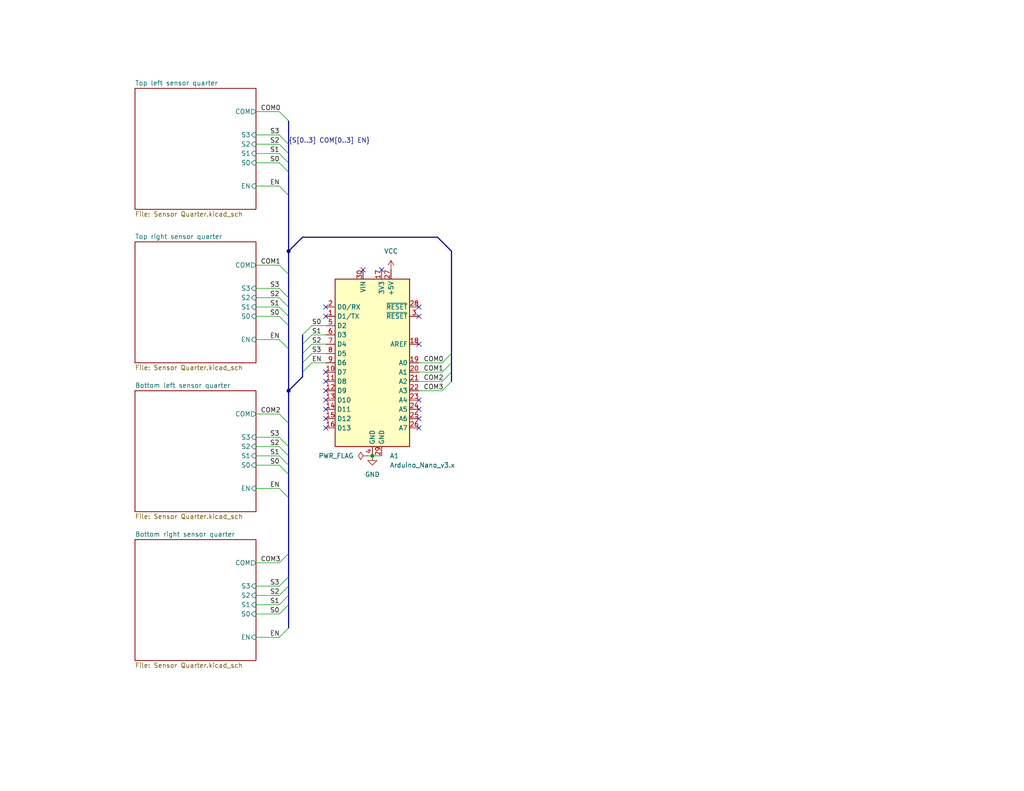
<source format=kicad_sch>
(kicad_sch (version 20231120) (generator "eeschema") (generator_version "8.0")
  (paper "USLetter")
  (title_block (title "Chessboard Hardware") (rev "1"))
  (lib_symbols
    (symbol "MCU_Module:Arduino_Nano_v3.x"
      (property "Reference" "A" (at -10.16 23.495 0))
      (property "Value" "Arduino_Nano_v3.x" (at 5.08 -24.13 0))
      (symbol "Arduino_Nano_v3.x_0_1"
        (rectangle (start -10.16 22.86) (end 10.16 -22.86) (stroke (width 0.254)) (fill (type background)))
      )
      (symbol "Arduino_Nano_v3.x_1_1"
        (pin bidirectional line (at -12.7 12.7 0) (length 2.54) (name "D1/TX") (number "1"))
        (pin bidirectional line (at -12.7 -2.54 0) (length 2.54) (name "D7") (number "10"))
        (pin bidirectional line (at -12.7 -5.08 0) (length 2.54) (name "D8") (number "11"))
        (pin bidirectional line (at -12.7 -7.62 0) (length 2.54) (name "D9") (number "12"))
        (pin bidirectional line (at -12.7 -10.16 0) (length 2.54) (name "D10") (number "13"))
        (pin bidirectional line (at -12.7 -12.7 0) (length 2.54) (name "D11") (number "14"))
        (pin bidirectional line (at -12.7 -15.24 0) (length 2.54) (name "D12") (number "15"))
        (pin bidirectional line (at -12.7 -17.78 0) (length 2.54) (name "D13") (number "16"))
        (pin power_out line (at 2.54 25.4 270) (length 2.54) (name "3V3") (number "17"))
        (pin input line (at 12.7 5.08 180) (length 2.54) (name "AREF") (number "18"))
        (pin bidirectional line (at 12.7 0 180) (length 2.54) (name "A0") (number "19"))
        (pin bidirectional line (at -12.7 15.24 0) (length 2.54) (name "D0/RX") (number "2"))
        (pin bidirectional line (at 12.7 -2.54 180) (length 2.54) (name "A1") (number "20"))
        (pin bidirectional line (at 12.7 -5.08 180) (length 2.54) (name "A2") (number "21"))
        (pin bidirectional line (at 12.7 -7.62 180) (length 2.54) (name "A3") (number "22"))
        (pin bidirectional line (at 12.7 -10.16 180) (length 2.54) (name "A4") (number "23"))
        (pin bidirectional line (at 12.7 -12.7 180) (length 2.54) (name "A5") (number "24"))
        (pin bidirectional line (at 12.7 -15.24 180) (length 2.54) (name "A6") (number "25"))
        (pin bidirectional line (at 12.7 -17.78 180) (length 2.54) (name "A7") (number "26"))
        (pin power_out line (at 5.08 25.4 270) (length 2.54) (name "+5V") (number "27"))
        (pin input line (at 12.7 15.24 180) (length 2.54) (name "~{RESET}") (number "28"))
        (pin power_in line (at 2.54 -25.4 90) (length 2.54) (name "GND") (number "29"))
        (pin input line (at 12.7 12.7 180) (length 2.54) (name "~{RESET}") (number "3"))
        (pin power_in line (at -2.54 25.4 270) (length 2.54) (name "VIN") (number "30"))
        (pin power_in line (at 0 -25.4 90) (length 2.54) (name "GND") (number "4"))
        (pin bidirectional line (at -12.7 10.16 0) (length 2.54) (name "D2") (number "5"))
        (pin bidirectional line (at -12.7 7.62 0) (length 2.54) (name "D3") (number "6"))
        (pin bidirectional line (at -12.7 5.08 0) (length 2.54) (name "D4") (number "7"))
        (pin bidirectional line (at -12.7 2.54 0) (length 2.54) (name "D5") (number "8"))
        (pin bidirectional line (at -12.7 0 0) (length 2.54) (name "D6") (number "9"))
      )
    )
    (symbol "power:GND" (power) (pin_numbers hide) (pin_names (offset 0) hide)
      (property "Value" "GND" (at 0 -3.81 0))
      (symbol "GND_0_1"
        (polyline (pts (xy 0 0) (xy 0 -1.27) (xy 1.27 -1.27) (xy 0 -2.54) (xy -1.27 -1.27) (xy 0 -1.27)))
      )
      (symbol "GND_1_1"
        (pin power_in line (at 0 0 270) (length 0) (name "~") (number "1"))
      )
    )
    (symbol "power:PWR_FLAG" (power) (pin_numbers hide) (pin_names (offset 0) hide)
      (property "Value" "PWR_FLAG" (at 0 3.81 0))
      (symbol "PWR_FLAG_0_0"
        (pin power_out line (at 0 0 90) (length 0) (name "~") (number "1"))
      )
      (symbol "PWR_FLAG_0_1"
        (polyline (pts (xy 0 0) (xy 0 1.27) (xy -1.016 1.905) (xy 0 2.54) (xy 1.016 1.905) (xy 0 1.27)))
      )
    )
    (symbol "power:VCC" (power) (pin_numbers hide) (pin_names (offset 0) hide)
      (property "Value" "VCC" (at 0 3.556 0))
      (symbol "VCC_0_1"
        (polyline (pts (xy -0.762 1.27) (xy 0 2.54)))
        (polyline (pts (xy 0 0) (xy 0 2.54)))
        (polyline (pts (xy 0 2.54) (xy 0.762 1.27)))
      )
      (symbol "VCC_1_1"
        (pin power_in line (at 0 0 90) (length 0) (name "~") (number "1"))
      )
    )
  )
  (junction (at 78.74 106.68))
  (junction (at 78.74 68.58))
  (junction (at 101.6 124.46))
  (no_connect (at 88.9 104.14))
  (no_connect (at 88.9 114.3))
  (no_connect (at 88.9 86.36))
  (no_connect (at 114.3 116.84))
  (no_connect (at 114.3 111.76))
  (no_connect (at 88.9 101.6))
  (no_connect (at 104.14 73.66))
  (no_connect (at 88.9 109.22))
  (no_connect (at 114.3 114.3))
  (no_connect (at 88.9 116.84))
  (no_connect (at 99.06 73.66))
  (no_connect (at 114.3 93.98))
  (no_connect (at 88.9 83.82))
  (no_connect (at 88.9 106.68))
  (no_connect (at 88.9 111.76))
  (no_connect (at 114.3 109.22))
  (no_connect (at 114.3 83.82))
  (no_connect (at 114.3 86.36))
  (bus_entry (at 76.2 30.48) (size 2.54 2.54))
  (bus_entry (at 123.19 101.6) (size -2.54 2.54))
  (bus_entry (at 76.2 78.74) (size 2.54 2.54))
  (bus_entry (at 76.2 81.28) (size 2.54 2.54))
  (bus_entry (at 123.19 96.52) (size -2.54 2.54))
  (bus_entry (at 76.2 113.03) (size 2.54 2.54))
  (bus_entry (at 76.2 133.35) (size 2.54 2.54))
  (bus_entry (at 76.2 50.8) (size 2.54 2.54))
  (bus_entry (at 76.2 153.67) (size 2.54 -2.54))
  (bus_entry (at 76.2 83.82) (size 2.54 2.54))
  (bus_entry (at 76.2 167.64) (size 2.54 -2.54))
  (bus_entry (at 76.2 121.92) (size 2.54 2.54))
  (bus_entry (at 76.2 124.46) (size 2.54 2.54))
  (bus_entry (at 76.2 86.36) (size 2.54 2.54))
  (bus_entry (at 82.55 91.44) (size 2.54 -2.54))
  (bus_entry (at 76.2 119.38) (size 2.54 2.54))
  (bus_entry (at 82.55 93.98) (size 2.54 -2.54))
  (bus_entry (at 82.55 96.52) (size 2.54 -2.54))
  (bus_entry (at 76.2 44.45) (size 2.54 2.54))
  (bus_entry (at 82.55 101.6) (size 2.54 -2.54))
  (bus_entry (at 123.19 104.14) (size -2.54 2.54))
  (bus_entry (at 76.2 162.56) (size 2.54 -2.54))
  (bus_entry (at 76.2 92.71) (size 2.54 2.54))
  (bus_entry (at 82.55 99.06) (size 2.54 -2.54))
  (bus_entry (at 123.19 99.06) (size -2.54 2.54))
  (bus_entry (at 76.2 173.99) (size 2.54 -2.54))
  (bus_entry (at 76.2 41.91) (size 2.54 2.54))
  (bus_entry (at 76.2 127) (size 2.54 2.54))
  (bus_entry (at 76.2 165.1) (size 2.54 -2.54))
  (bus_entry (at 76.2 72.39) (size 2.54 2.54))
  (bus_entry (at 76.2 39.37) (size 2.54 2.54))
  (bus_entry (at 76.2 36.83) (size 2.54 2.54))
  (bus_entry (at 76.2 160.02) (size 2.54 -2.54))
  (wire (pts (xy 69.85 133.35) (xy 76.2 133.35)))
  (wire (pts (xy 69.85 167.64) (xy 76.2 167.64)))
  (wire (pts (xy 69.85 39.37) (xy 76.2 39.37)))
  (bus (pts (xy 78.74 68.58) (xy 82.55 64.77)))
  (bus (pts (xy 78.74 106.68) (xy 78.74 115.57)))
  (bus (pts (xy 78.74 151.13) (xy 78.74 157.48)))
  (wire (pts (xy 85.09 96.52) (xy 88.9 96.52)))
  (wire (pts (xy 69.85 162.56) (xy 76.2 162.56)))
  (bus (pts (xy 78.74 121.92) (xy 78.74 124.46)))
  (wire (pts (xy 85.09 99.06) (xy 88.9 99.06)))
  (bus (pts (xy 78.74 124.46) (xy 78.74 127)))
  (bus (pts (xy 78.74 39.37) (xy 78.74 41.91)))
  (wire (pts (xy 69.85 92.71) (xy 76.2 92.71)))
  (wire (pts (xy 101.6 124.46) (xy 104.14 124.46)))
  (bus (pts (xy 123.19 101.6) (xy 123.19 104.14)))
  (wire (pts (xy 69.85 173.99) (xy 76.2 173.99)))
  (wire (pts (xy 69.85 127) (xy 76.2 127)))
  (wire (pts (xy 69.85 30.48) (xy 76.2 30.48)))
  (wire (pts (xy 69.85 44.45) (xy 76.2 44.45)))
  (wire (pts (xy 69.85 153.67) (xy 76.2 153.67)))
  (bus (pts (xy 78.74 162.56) (xy 78.74 165.1)))
  (wire (pts (xy 69.85 121.92) (xy 76.2 121.92)))
  (bus (pts (xy 82.55 96.52) (xy 82.55 99.06)))
  (bus (pts (xy 82.55 91.44) (xy 82.55 93.98)))
  (bus (pts (xy 123.19 68.58) (xy 123.19 96.52)))
  (bus (pts (xy 123.19 99.06) (xy 123.19 101.6)))
  (wire (pts (xy 69.85 160.02) (xy 76.2 160.02)))
  (bus (pts (xy 78.74 127) (xy 78.74 129.54)))
  (wire (pts (xy 69.85 81.28) (xy 76.2 81.28)))
  (bus (pts (xy 78.74 160.02) (xy 78.74 162.56)))
  (bus (pts (xy 119.38 64.77) (xy 123.19 68.58)))
  (bus (pts (xy 78.74 33.02) (xy 78.74 39.37)))
  (wire (pts (xy 100.33 124.46) (xy 101.6 124.46)))
  (wire (pts (xy 69.85 41.91) (xy 76.2 41.91)))
  (bus (pts (xy 123.19 96.52) (xy 123.19 99.06)))
  (bus (pts (xy 78.74 129.54) (xy 78.74 135.89)))
  (wire (pts (xy 69.85 36.83) (xy 76.2 36.83)))
  (wire (pts (xy 69.85 119.38) (xy 76.2 119.38)))
  (bus (pts (xy 78.74 115.57) (xy 78.74 121.92)))
  (wire (pts (xy 69.85 72.39) (xy 76.2 72.39)))
  (bus (pts (xy 78.74 81.28) (xy 78.74 83.82)))
  (bus (pts (xy 82.55 101.6) (xy 82.55 102.87)))
  (wire (pts (xy 85.09 91.44) (xy 88.9 91.44)))
  (bus (pts (xy 78.74 165.1) (xy 78.74 171.45)))
  (wire (pts (xy 114.3 99.06) (xy 120.65 99.06)))
  (bus (pts (xy 78.74 44.45) (xy 78.74 46.99)))
  (bus (pts (xy 78.74 95.25) (xy 78.74 106.68)))
  (bus (pts (xy 78.74 88.9) (xy 78.74 95.25)))
  (wire (pts (xy 114.3 104.14) (xy 120.65 104.14)))
  (wire (pts (xy 69.85 50.8) (xy 76.2 50.8)))
  (bus (pts (xy 82.55 93.98) (xy 82.55 96.52)))
  (wire (pts (xy 85.09 93.98) (xy 88.9 93.98)))
  (bus (pts (xy 78.74 157.48) (xy 78.74 160.02)))
  (wire (pts (xy 69.85 83.82) (xy 76.2 83.82)))
  (bus (pts (xy 78.74 41.91) (xy 78.74 44.45)))
  (wire (pts (xy 85.09 88.9) (xy 88.9 88.9)))
  (bus (pts (xy 82.55 64.77) (xy 119.38 64.77)))
  (bus (pts (xy 78.74 83.82) (xy 78.74 86.36)))
  (bus (pts (xy 82.55 99.06) (xy 82.55 101.6)))
  (wire (pts (xy 69.85 124.46) (xy 76.2 124.46)))
  (bus (pts (xy 78.74 74.93) (xy 78.74 81.28)))
  (wire (pts (xy 69.85 113.03) (xy 76.2 113.03)))
  (wire (pts (xy 69.85 78.74) (xy 76.2 78.74)))
  (wire (pts (xy 114.3 101.6) (xy 120.65 101.6)))
  (bus (pts (xy 82.55 102.87) (xy 78.74 106.68)))
  (wire (pts (xy 69.85 165.1) (xy 76.2 165.1)))
  (bus (pts (xy 78.74 53.34) (xy 78.74 68.58)))
  (wire (pts (xy 114.3 106.68) (xy 120.65 106.68)))
  (bus (pts (xy 78.74 135.89) (xy 78.74 151.13)))
  (bus (pts (xy 78.74 68.58) (xy 78.74 74.93)))
  (bus (pts (xy 78.74 46.99) (xy 78.74 53.34)))
  (bus (pts (xy 78.74 86.36) (xy 78.74 88.9)))
  (wire (pts (xy 69.85 86.36) (xy 76.2 86.36)))
  (label "S1" (at 73.66 41.91 0))
  (label "COM2" (at 71.12 113.03 0))
  (label "S3" (at 73.66 160.02 0))
  (label "S1" (at 73.66 165.1 0))
  (label "S1" (at 73.66 83.82 0))
  (label "S3" (at 73.66 78.74 0))
  (label "COM3" (at 115.57 106.68 0))
  (label "EN" (at 85.09 99.06 0))
  (label "EN" (at 73.66 133.35 0))
  (label "COM0" (at 71.12 30.48 0))
  (label "S2" (at 73.66 81.28 0))
  (label "S1" (at 85.09 91.44 0))
  (label "S1" (at 73.66 124.46 0))
  (label "EN" (at 73.66 173.99 0))
  (label "COM2" (at 115.57 104.14 0))
  (label "S2" (at 73.66 39.37 0))
  (label "COM1" (at 71.12 72.39 0))
  (label "S3" (at 85.09 96.52 0))
  (label "S3" (at 73.66 36.83 0))
  (label "EN" (at 73.66 92.71 0))
  (label "S0" (at 73.66 44.45 0))
  (label "COM3" (at 71.12 153.67 0))
  (label "S2" (at 73.66 162.56 0))
  (label "S0" (at 73.66 127 0))
  (label "S0" (at 85.09 88.9 0))
  (label "S2" (at 85.09 93.98 0))
  (label "COM0" (at 115.57 99.06 0))
  (label "S0" (at 73.66 167.64 0))
  (label "COM1" (at 115.57 101.6 0))
  (label "S3" (at 73.66 119.38 0))
  (label "S0" (at 73.66 86.36 0))
  (label "S2" (at 73.66 121.92 0))
  (label "EN" (at 73.66 50.8 0))
  (label "{S[0..3] COM[0..3] EN}" (at 78.74 39.37 0))
  (symbol (lib_id "MCU_Module:Arduino_Nano_v3.x") (at 101.6 99.06 0) (unit 1)
    (property "Reference" "A1" (at 106.3341 124.46 0) (effects (justify left)))
    (property "Value" "Arduino_Nano_v3.x" (at 106.3341 127 0) (effects (justify left)))
    (property "Footprint" "Module:Arduino_Nano" (effects (hide yes)))
    (property "Datasheet" "http://www.mouser.com/pdfdocs/Gravitech_Arduino_Nano3_0.pdf" (effects (hide yes)))
    (property "Description" "Arduino Nano v3.x" (effects (hide yes)))
  )
  (symbol (lib_id "power:GND") (at 101.6 124.46 0) (unit 1)
    (property "Reference" "#PWR0138" (effects (hide yes)))
    (property "Value" "GND" (at 101.6 129.54 0))
    (property "Description" "Power symbol creates a global label with name \"GND\" , ground" (effects (hide yes)))
  )
  (symbol (lib_id "power:VCC") (at 106.68 73.66 0) (unit 1)
    (property "Reference" "#PWR0137" (effects (hide yes)))
    (property "Value" "VCC" (at 106.68 68.58 0))
    (property "Description" "Power symbol creates a global label with name \"VCC\"" (effects (hide yes)))
  )
  (symbol (lib_id "power:PWR_FLAG") (at 100.33 124.46 90) (unit 1)
    (property "Reference" "#FLG01" (effects (hide yes)))
    (property "Value" "PWR_FLAG" (at 96.52 124.4599 90) (effects (justify left)))
    (property "Description" "Special symbol for telling ERC where power comes from" (effects (hide yes)))
  )
  (sheet (at 36.83 106.68) (size 33.02 33.02) (stroke (width 0.1524))
    (property "Sheetname" "Bottom left sensor quarter" (at 36.83 105.9684 0) (effects (justify left bottom)))
    (property "Sheetfile" "Sensor Quarter.kicad_sch" (at 36.83 140.2846 0) (effects (justify left top)))
    (pin "S2" input (at 69.85 121.92 0))
    (pin "S3" input (at 69.85 119.38 0))
    (pin "EN" input (at 69.85 133.35 0))
    (pin "COM" output (at 69.85 113.03 0))
    (pin "S0" input (at 69.85 127 0))
    (pin "S1" input (at 69.85 124.46 0))
  )
  (sheet (at 36.83 24.13) (size 33.02 33.02) (stroke (width 0.1524))
    (property "Sheetname" "Top left sensor quarter" (at 36.83 23.4184 0) (effects (justify left bottom)))
    (property "Sheetfile" "Sensor Quarter.kicad_sch" (at 36.83 57.7346 0) (effects (justify left top)))
    (pin "S2" input (at 69.85 39.37 0))
    (pin "S3" input (at 69.85 36.83 0))
    (pin "EN" input (at 69.85 50.8 0))
    (pin "COM" output (at 69.85 30.48 0))
    (pin "S0" input (at 69.85 44.45 0))
    (pin "S1" input (at 69.85 41.91 0))
  )
  (sheet (at 36.83 66.04) (size 33.02 33.02) (stroke (width 0.1524))
    (property "Sheetname" "Top right sensor quarter" (at 36.83 65.3284 0) (effects (justify left bottom)))
    (property "Sheetfile" "Sensor Quarter.kicad_sch" (at 36.83 99.6446 0) (effects (justify left top)))
    (pin "S2" input (at 69.85 81.28 0))
    (pin "S3" input (at 69.85 78.74 0))
    (pin "EN" input (at 69.85 92.71 0))
    (pin "COM" output (at 69.85 72.39 0))
    (pin "S0" input (at 69.85 86.36 0))
    (pin "S1" input (at 69.85 83.82 0))
  )
  (sheet (at 36.83 147.32) (size 33.02 33.02) (stroke (width 0.1524))
    (property "Sheetname" "Bottom right sensor quarter" (at 36.83 146.6084 0) (effects (justify left bottom)))
    (property "Sheetfile" "Sensor Quarter.kicad_sch" (at 36.83 180.9246 0) (effects (justify left top)))
    (pin "S2" input (at 69.85 162.56 0))
    (pin "S3" input (at 69.85 160.02 0))
    (pin "EN" input (at 69.85 173.99 0))
    (pin "COM" output (at 69.85 153.67 0))
    (pin "S0" input (at 69.85 167.64 0))
    (pin "S1" input (at 69.85 165.1 0))
  )
)
</source>
